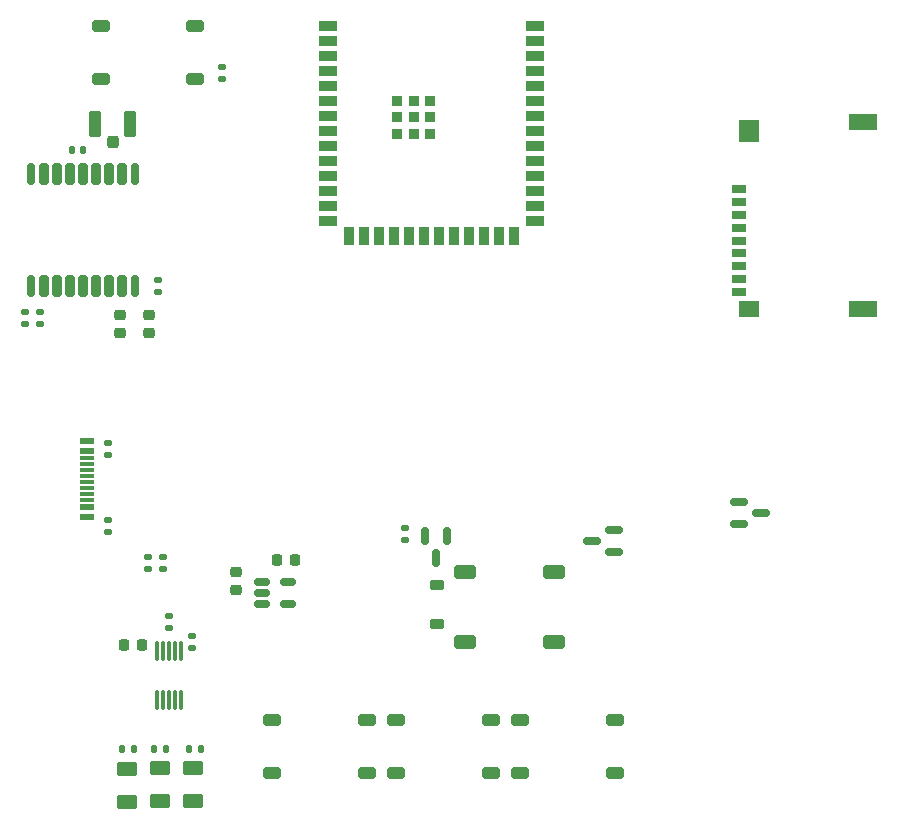
<source format=gtp>
G04 #@! TF.GenerationSoftware,KiCad,Pcbnew,9.0.7*
G04 #@! TF.CreationDate,2026-02-25T10:02:27-05:00*
G04 #@! TF.ProjectId,remigochi-pcb,72656d69-676f-4636-9869-2d7063622e6b,rev?*
G04 #@! TF.SameCoordinates,Original*
G04 #@! TF.FileFunction,Paste,Top*
G04 #@! TF.FilePolarity,Positive*
%FSLAX46Y46*%
G04 Gerber Fmt 4.6, Leading zero omitted, Abs format (unit mm)*
G04 Created by KiCad (PCBNEW 9.0.7) date 2026-02-25 10:02:27*
%MOMM*%
%LPD*%
G01*
G04 APERTURE LIST*
G04 Aperture macros list*
%AMRoundRect*
0 Rectangle with rounded corners*
0 $1 Rounding radius*
0 $2 $3 $4 $5 $6 $7 $8 $9 X,Y pos of 4 corners*
0 Add a 4 corners polygon primitive as box body*
4,1,4,$2,$3,$4,$5,$6,$7,$8,$9,$2,$3,0*
0 Add four circle primitives for the rounded corners*
1,1,$1+$1,$2,$3*
1,1,$1+$1,$4,$5*
1,1,$1+$1,$6,$7*
1,1,$1+$1,$8,$9*
0 Add four rect primitives between the rounded corners*
20,1,$1+$1,$2,$3,$4,$5,0*
20,1,$1+$1,$4,$5,$6,$7,0*
20,1,$1+$1,$6,$7,$8,$9,0*
20,1,$1+$1,$8,$9,$2,$3,0*%
G04 Aperture macros list end*
%ADD10RoundRect,0.135000X-0.135000X-0.185000X0.135000X-0.185000X0.135000X0.185000X-0.135000X0.185000X0*%
%ADD11R,1.240000X0.600000*%
%ADD12R,1.240000X0.300000*%
%ADD13RoundRect,0.250000X-0.500000X-0.250000X0.500000X-0.250000X0.500000X0.250000X-0.500000X0.250000X0*%
%ADD14RoundRect,0.147500X-0.147500X-0.172500X0.147500X-0.172500X0.147500X0.172500X-0.147500X0.172500X0*%
%ADD15RoundRect,0.150000X-0.512500X-0.150000X0.512500X-0.150000X0.512500X0.150000X-0.512500X0.150000X0*%
%ADD16RoundRect,0.135000X0.185000X-0.135000X0.185000X0.135000X-0.185000X0.135000X-0.185000X-0.135000X0*%
%ADD17RoundRect,0.135000X-0.185000X0.135000X-0.185000X-0.135000X0.185000X-0.135000X0.185000X0.135000X0*%
%ADD18RoundRect,0.225000X-0.250000X0.225000X-0.250000X-0.225000X0.250000X-0.225000X0.250000X0.225000X0*%
%ADD19RoundRect,0.225000X0.250000X-0.225000X0.250000X0.225000X-0.250000X0.225000X-0.250000X-0.225000X0*%
%ADD20RoundRect,0.225000X0.225000X0.250000X-0.225000X0.250000X-0.225000X-0.250000X0.225000X-0.250000X0*%
%ADD21RoundRect,0.087500X0.087500X-0.725000X0.087500X0.725000X-0.087500X0.725000X-0.087500X-0.725000X0*%
%ADD22RoundRect,0.225000X-0.225000X-0.250000X0.225000X-0.250000X0.225000X0.250000X-0.225000X0.250000X0*%
%ADD23RoundRect,0.250000X0.250000X-0.275000X0.250000X0.275000X-0.250000X0.275000X-0.250000X-0.275000X0*%
%ADD24RoundRect,0.250000X0.275000X-0.850000X0.275000X0.850000X-0.275000X0.850000X-0.275000X-0.850000X0*%
%ADD25R,0.900000X0.900000*%
%ADD26R,1.500000X0.900000*%
%ADD27R,0.900000X1.500000*%
%ADD28RoundRect,0.250000X-0.625000X0.375000X-0.625000X-0.375000X0.625000X-0.375000X0.625000X0.375000X0*%
%ADD29RoundRect,0.150000X-0.587500X-0.150000X0.587500X-0.150000X0.587500X0.150000X-0.587500X0.150000X0*%
%ADD30RoundRect,0.135000X0.135000X0.185000X-0.135000X0.185000X-0.135000X-0.185000X0.135000X-0.185000X0*%
%ADD31RoundRect,0.175000X0.175000X-0.725000X0.175000X0.725000X-0.175000X0.725000X-0.175000X-0.725000X0*%
%ADD32RoundRect,0.200000X0.200000X-0.700000X0.200000X0.700000X-0.200000X0.700000X-0.200000X-0.700000X0*%
%ADD33RoundRect,0.150000X-0.150000X0.587500X-0.150000X-0.587500X0.150000X-0.587500X0.150000X0.587500X0*%
%ADD34RoundRect,0.225000X-0.375000X0.225000X-0.375000X-0.225000X0.375000X-0.225000X0.375000X0.225000X0*%
%ADD35RoundRect,0.250000X0.500000X0.250000X-0.500000X0.250000X-0.500000X-0.250000X0.500000X-0.250000X0*%
%ADD36R,1.300000X0.700000*%
%ADD37R,1.651000X1.447800*%
%ADD38R,2.438400X1.447800*%
%ADD39R,1.651000X1.854200*%
%ADD40RoundRect,0.150000X0.587500X0.150000X-0.587500X0.150000X-0.587500X-0.150000X0.587500X-0.150000X0*%
%ADD41RoundRect,0.172500X-0.717500X-0.402500X0.717500X-0.402500X0.717500X0.402500X-0.717500X0.402500X0*%
G04 APERTURE END LIST*
D10*
X122030000Y-125250000D03*
X123050000Y-125250000D03*
D11*
X119120000Y-99160000D03*
X119120000Y-99960000D03*
D12*
X119120000Y-101110000D03*
X119120000Y-102110000D03*
X119120000Y-102610000D03*
X119120000Y-103610000D03*
D11*
X119120000Y-104760000D03*
X119120000Y-105560000D03*
X119120000Y-105560000D03*
X119120000Y-104760000D03*
D12*
X119120000Y-104110000D03*
X119120000Y-103110000D03*
X119120000Y-101610000D03*
X119120000Y-100610000D03*
D11*
X119120000Y-99960000D03*
X119120000Y-99160000D03*
D13*
X155750000Y-122750000D03*
X163750000Y-122750000D03*
X155750000Y-127250000D03*
X163750000Y-127250000D03*
D14*
X117790000Y-74525000D03*
X118760000Y-74525000D03*
D15*
X133862500Y-111050000D03*
X133862500Y-112000000D03*
X133862500Y-112950000D03*
X136137500Y-112950000D03*
X136137500Y-111050000D03*
D16*
X128000000Y-116710000D03*
X128000000Y-115690000D03*
D17*
X125500000Y-109000000D03*
X125500000Y-110020000D03*
D18*
X124360000Y-88450000D03*
X124360000Y-90000000D03*
D16*
X126000000Y-114960000D03*
X126000000Y-113940000D03*
D18*
X121850000Y-88450000D03*
X121850000Y-90000000D03*
D17*
X120820000Y-105850000D03*
X120820000Y-106870000D03*
D19*
X131705000Y-111750000D03*
X131705000Y-110200000D03*
D10*
X127740000Y-125250000D03*
X128760000Y-125250000D03*
D20*
X123775000Y-116450000D03*
X122225000Y-116450000D03*
D21*
X125000000Y-121112500D03*
X125500000Y-121112500D03*
X126000000Y-121112500D03*
X126500000Y-121112500D03*
X127000000Y-121112500D03*
X127000000Y-116887500D03*
X126500000Y-116887500D03*
X126000000Y-116887500D03*
X125500000Y-116887500D03*
X125000000Y-116887500D03*
D16*
X113850000Y-89250000D03*
X113850000Y-88230000D03*
D17*
X146000000Y-106490000D03*
X146000000Y-107510000D03*
D16*
X115100000Y-89260000D03*
X115100000Y-88240000D03*
D13*
X134750000Y-122750000D03*
X142750000Y-122750000D03*
X134750000Y-127250000D03*
X142750000Y-127250000D03*
X145250000Y-122750000D03*
X153250000Y-122750000D03*
X145250000Y-127250000D03*
X153250000Y-127250000D03*
D22*
X135180000Y-109225000D03*
X136730000Y-109225000D03*
D23*
X121250000Y-73800000D03*
D24*
X119775000Y-72275000D03*
X122725000Y-72275000D03*
D16*
X120820000Y-100370000D03*
X120820000Y-99350000D03*
D25*
X145350000Y-70350000D03*
X145350000Y-71750000D03*
X145350000Y-73150000D03*
X146750000Y-70350000D03*
X146750000Y-71750000D03*
X146750000Y-73150000D03*
X148150000Y-70350000D03*
X148150000Y-71750000D03*
X148150000Y-73150000D03*
D26*
X139500000Y-64030000D03*
X139500000Y-65300000D03*
X139500000Y-66570000D03*
X139500000Y-67840000D03*
X139500000Y-69110000D03*
X139500000Y-70380000D03*
X139500000Y-71650000D03*
X139500000Y-72920000D03*
X139500000Y-74190000D03*
X139500000Y-75460000D03*
X139500000Y-76730000D03*
X139500000Y-78000000D03*
X139500000Y-79270000D03*
X139500000Y-80540000D03*
D27*
X141265000Y-81790000D03*
X142535000Y-81790000D03*
X143805000Y-81790000D03*
X145075000Y-81790000D03*
X146345000Y-81790000D03*
X147615000Y-81790000D03*
X148885000Y-81790000D03*
X150155000Y-81790000D03*
X151425000Y-81790000D03*
X152695000Y-81790000D03*
X153965000Y-81790000D03*
X155235000Y-81790000D03*
D26*
X157000000Y-80540000D03*
X157000000Y-79270000D03*
X157000000Y-78000000D03*
X157000000Y-76730000D03*
X157000000Y-75460000D03*
X157000000Y-74190000D03*
X157000000Y-72920000D03*
X157000000Y-71650000D03*
X157000000Y-70380000D03*
X157000000Y-69110000D03*
X157000000Y-67840000D03*
X157000000Y-66570000D03*
X157000000Y-65300000D03*
X157000000Y-64030000D03*
D17*
X130500000Y-67500000D03*
X130500000Y-68520000D03*
D16*
X124250000Y-110020000D03*
X124250000Y-109000000D03*
D28*
X122510000Y-126900000D03*
X122510000Y-129700000D03*
D29*
X174287500Y-104280000D03*
X174287500Y-106180000D03*
X176162500Y-105230000D03*
D30*
X125800000Y-125250000D03*
X124780000Y-125250000D03*
D28*
X125290000Y-126850000D03*
X125290000Y-129650000D03*
D31*
X114350000Y-86000000D03*
D32*
X115450000Y-86000000D03*
X116550000Y-86000000D03*
X117650000Y-86000000D03*
X118750000Y-86000000D03*
X119850000Y-86000000D03*
X120950000Y-86000000D03*
X122050000Y-86000000D03*
D31*
X123150000Y-86000000D03*
X123150000Y-76500000D03*
D32*
X122050000Y-76500000D03*
X120950000Y-76500000D03*
X119850000Y-76500000D03*
X118750000Y-76500000D03*
X117650000Y-76500000D03*
X116550000Y-76500000D03*
X115450000Y-76500000D03*
D31*
X114350000Y-76500000D03*
D16*
X125100000Y-86520000D03*
X125100000Y-85500000D03*
D28*
X128040000Y-126850000D03*
X128040000Y-129650000D03*
D33*
X149600000Y-107167500D03*
X147700000Y-107167500D03*
X148650000Y-109042500D03*
D34*
X148700000Y-111317500D03*
X148700000Y-114617500D03*
D35*
X128250000Y-68500000D03*
X120250000Y-68500000D03*
X128250000Y-64000000D03*
X120250000Y-64000000D03*
D36*
X174326200Y-77770200D03*
X174326200Y-78870200D03*
X174326200Y-79970200D03*
X174326200Y-81070200D03*
X174326200Y-82170200D03*
X174326200Y-83270200D03*
X174326200Y-84370200D03*
X174326200Y-85470200D03*
D37*
X175100000Y-87988600D03*
D38*
X184800000Y-87988600D03*
D39*
X175100000Y-72938800D03*
D38*
X184800000Y-72163800D03*
D36*
X174326200Y-86570200D03*
D40*
X163737500Y-108550000D03*
X163737500Y-106650000D03*
X161862500Y-107600000D03*
D41*
X158640000Y-110242500D03*
X158640000Y-116202500D03*
X151050000Y-110242500D03*
X151050000Y-116202500D03*
M02*

</source>
